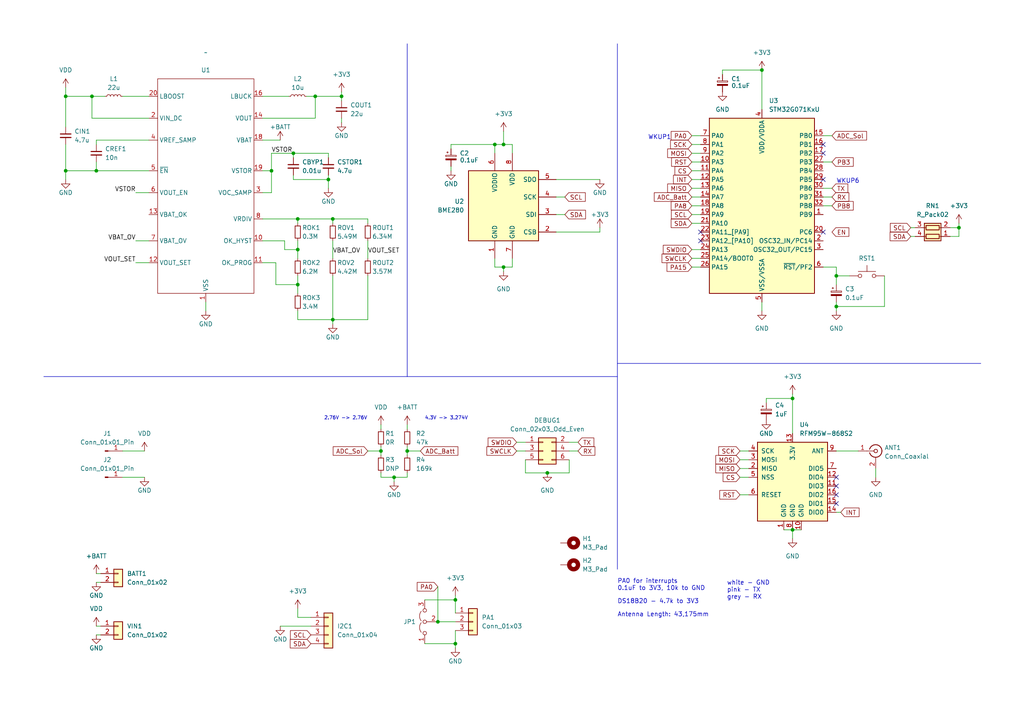
<source format=kicad_sch>
(kicad_sch (version 20230121) (generator eeschema)
  (paper "A4")
  (lib_symbols
    (symbol "Connector:Conn_01x01_Pin" (pin_names (offset 1.016) hide)
      (property "Reference" "J" (at 0 2.54 0))
      (property "Value" "Conn_01x01_Pin" (at 0 -2.54 0))
      (symbol "Conn_01x01_Pin_1_1"
        (polyline (pts (xy 1.27 0) (xy 0.8636 0)) (stroke (width 0.1524)))
        (rectangle (start 0.8636 0.127) (end 0 -0.127) (stroke (width 0.1524)) (fill (type outline)))
        (pin passive line (at 5.08 0 180) (length 3.81) (name "Pin_1") (number "1"))
      )
    )
    (symbol "Connector:Conn_Coaxial" (pin_names (offset 1.016) hide)
      (property "Reference" "J" (at 0.254 3.048 0))
      (property "Value" "Conn_Coaxial" (at 2.921 0 90))
      (symbol "Conn_Coaxial_0_1"
        (arc (start -1.778 -0.508) (mid 0.222 -1.808) (end 1.778 0) (stroke (width 0.254)))
        (polyline (pts (xy -2.54 0) (xy -0.508 0)))
        (polyline (pts (xy 0 -2.54) (xy 0 -1.778)))
        (circle (center 0 0) (radius 0.508) (stroke (width 0.2032)))
        (arc (start 1.778 0) (mid 0.222 1.8083) (end -1.778 0.508) (stroke (width 0.254)))
      )
      (symbol "Conn_Coaxial_1_1"
        (pin passive line (at -5.08 0 0) (length 2.54) (name "In") (number "1"))
        (pin passive line (at 0 -5.08 90) (length 2.54) (name "Ext") (number "2"))
      )
    )
    (symbol "Connector_Generic:Conn_01x02" (pin_names (offset 1.016) hide)
      (property "Reference" "J" (at 0 2.54 0))
      (property "Value" "Conn_01x02" (at 0 -5.08 0))
      (symbol "Conn_01x02_1_1"
        (rectangle (start -1.27 -2.413) (end 0 -2.667) (stroke (width 0.1524)))
        (rectangle (start -1.27 0.127) (end 0 -0.127) (stroke (width 0.1524)))
        (rectangle (start -1.27 1.27) (end 1.27 -3.81) (stroke (width 0.254)) (fill (type background)))
        (pin passive line (at -5.08 0 0) (length 3.81) (name "Pin_1") (number "1"))
        (pin passive line (at -5.08 -2.54 0) (length 3.81) (name "Pin_2") (number "2"))
      )
    )
    (symbol "Connector_Generic:Conn_01x03" (pin_names (offset 1.016) hide)
      (property "Reference" "J" (at 0 5.08 0))
      (property "Value" "Conn_01x03" (at 0 -5.08 0))
      (symbol "Conn_01x03_1_1"
        (rectangle (start -1.27 -2.413) (end 0 -2.667) (stroke (width 0.1524)))
        (rectangle (start -1.27 0.127) (end 0 -0.127) (stroke (width 0.1524)))
        (rectangle (start -1.27 2.667) (end 0 2.413) (stroke (width 0.1524)))
        (rectangle (start -1.27 3.81) (end 1.27 -3.81) (stroke (width 0.254)) (fill (type background)))
        (pin passive line (at -5.08 2.54 0) (length 3.81) (name "Pin_1") (number "1"))
        (pin passive line (at -5.08 0 0) (length 3.81) (name "Pin_2") (number "2"))
        (pin passive line (at -5.08 -2.54 0) (length 3.81) (name "Pin_3") (number "3"))
      )
    )
    (symbol "Connector_Generic:Conn_01x04" (pin_names (offset 1.016) hide)
      (property "Reference" "J" (at 0 5.08 0))
      (property "Value" "Conn_01x04" (at 0 -7.62 0))
      (symbol "Conn_01x04_1_1"
        (rectangle (start -1.27 -4.953) (end 0 -5.207) (stroke (width 0.1524)))
        (rectangle (start -1.27 -2.413) (end 0 -2.667) (stroke (width 0.1524)))
        (rectangle (start -1.27 0.127) (end 0 -0.127) (stroke (width 0.1524)))
        (rectangle (start -1.27 2.667) (end 0 2.413) (stroke (width 0.1524)))
        (rectangle (start -1.27 3.81) (end 1.27 -6.35) (stroke (width 0.254)) (fill (type background)))
        (pin passive line (at -5.08 2.54 0) (length 3.81) (name "Pin_1") (number "1"))
        (pin passive line (at -5.08 0 0) (length 3.81) (name "Pin_2") (number "2"))
        (pin passive line (at -5.08 -2.54 0) (length 3.81) (name "Pin_3") (number "3"))
        (pin passive line (at -5.08 -5.08 0) (length 3.81) (name "Pin_4") (number "4"))
      )
    )
    (symbol "Connector_Generic:Conn_02x03_Odd_Even" (pin_names (offset 1.016) hide)
      (property "Reference" "J" (at 1.27 5.08 0))
      (property "Value" "Conn_02x03_Odd_Even" (at 1.27 -5.08 0))
      (symbol "Conn_02x03_Odd_Even_1_1"
        (rectangle (start -1.27 -2.413) (end 0 -2.667) (stroke (width 0.1524)))
        (rectangle (start -1.27 0.127) (end 0 -0.127) (stroke (width 0.1524)))
        (rectangle (start -1.27 2.667) (end 0 2.413) (stroke (width 0.1524)))
        (rectangle (start -1.27 3.81) (end 3.81 -3.81) (stroke (width 0.254)) (fill (type background)))
        (rectangle (start 3.81 -2.413) (end 2.54 -2.667) (stroke (width 0.1524)))
        (rectangle (start 3.81 0.127) (end 2.54 -0.127) (stroke (width 0.1524)))
        (rectangle (start 3.81 2.667) (end 2.54 2.413) (stroke (width 0.1524)))
        (pin passive line (at -5.08 2.54 0) (length 3.81) (name "Pin_1") (number "1"))
        (pin passive line (at 7.62 2.54 180) (length 3.81) (name "Pin_2") (number "2"))
        (pin passive line (at -5.08 0 0) (length 3.81) (name "Pin_3") (number "3"))
        (pin passive line (at 7.62 0 180) (length 3.81) (name "Pin_4") (number "4"))
        (pin passive line (at -5.08 -2.54 0) (length 3.81) (name "Pin_5") (number "5"))
        (pin passive line (at 7.62 -2.54 180) (length 3.81) (name "Pin_6") (number "6"))
      )
    )
    (symbol "Device:C_Polarized_Small" (pin_numbers hide) (pin_names (offset 0.254) hide)
      (property "Reference" "C" (at 0.254 1.778 0))
      (property "Value" "C_Polarized_Small" (at 0.254 -2.032 0))
      (symbol "C_Polarized_Small_0_1"
        (rectangle (start -1.524 -0.3048) (end 1.524 -0.6858) (fill (type outline)))
        (rectangle (start -1.524 0.6858) (end 1.524 0.3048))
        (polyline (pts (xy -1.27 1.524) (xy -0.762 1.524)))
        (polyline (pts (xy -1.016 1.27) (xy -1.016 1.778)))
      )
      (symbol "C_Polarized_Small_1_1"
        (pin passive line (at 0 2.54 270) (length 1.8542) (name "~") (number "1"))
        (pin passive line (at 0 -2.54 90) (length 1.8542) (name "~") (number "2"))
      )
    )
    (symbol "Device:C_Small" (pin_numbers hide) (pin_names (offset 0.254) hide)
      (property "Reference" "C" (at 0.254 1.778 0))
      (property "Value" "C_Small" (at 0.254 -2.032 0))
      (symbol "C_Small_0_1"
        (polyline (pts (xy -1.524 -0.508) (xy 1.524 -0.508)) (stroke (width 0.3302)))
        (polyline (pts (xy -1.524 0.508) (xy 1.524 0.508)) (stroke (width 0.3048)))
      )
      (symbol "C_Small_1_1"
        (pin passive line (at 0 2.54 270) (length 2.032) (name "~") (number "1"))
        (pin passive line (at 0 -2.54 90) (length 2.032) (name "~") (number "2"))
      )
    )
    (symbol "Device:L_Small" (pin_numbers hide) (pin_names (offset 0.254) hide)
      (property "Reference" "L" (at 0.762 1.016 0))
      (property "Value" "L_Small" (at 0.762 -1.016 0))
      (symbol "L_Small_0_1"
        (arc (start 0 -2.032) (mid 0.5058 -1.524) (end 0 -1.016))
        (arc (start 0 -1.016) (mid 0.5058 -0.508) (end 0 0))
        (arc (start 0 0) (mid 0.5058 0.508) (end 0 1.016))
        (arc (start 0 1.016) (mid 0.5058 1.524) (end 0 2.032))
      )
      (symbol "L_Small_1_1"
        (pin passive line (at 0 2.54 270) (length 0.508) (name "~") (number "1"))
        (pin passive line (at 0 -2.54 90) (length 0.508) (name "~") (number "2"))
      )
    )
    (symbol "Device:R_Pack02" (pin_names (offset 0) hide)
      (property "Reference" "RN" (at -5.08 0 90))
      (property "Value" "R_Pack02" (at 2.54 0 90))
      (symbol "R_Pack02_0_1"
        (rectangle (start -3.81 -2.413) (end 1.27 2.413) (stroke (width 0.254)) (fill (type background)))
        (rectangle (start -3.175 1.905) (end -1.905 -1.905) (stroke (width 0.254)))
        (rectangle (start -0.635 1.905) (end 0.635 -1.905) (stroke (width 0.254)))
        (polyline (pts (xy -2.54 -2.54) (xy -2.54 -1.905)))
        (polyline (pts (xy -2.54 1.905) (xy -2.54 2.54)))
        (polyline (pts (xy 0 -2.54) (xy 0 -1.905)))
        (polyline (pts (xy 0 1.905) (xy 0 2.54)))
      )
      (symbol "R_Pack02_1_1"
        (pin passive line (at -2.54 -5.08 90) (length 2.54) (name "R1.1") (number "1"))
        (pin passive line (at 0 -5.08 90) (length 2.54) (name "R2.1") (number "2"))
        (pin passive line (at 0 5.08 270) (length 2.54) (name "R2.2") (number "3"))
        (pin passive line (at -2.54 5.08 270) (length 2.54) (name "R1.2") (number "4"))
      )
    )
    (symbol "Device:R_Small" (pin_numbers hide) (pin_names (offset 0.254) hide)
      (property "Reference" "R" (at 0.762 0.508 0))
      (property "Value" "R_Small" (at 0.762 -1.016 0))
      (symbol "R_Small_0_1"
        (rectangle (start -0.762 1.778) (end 0.762 -1.778) (stroke (width 0.2032)))
      )
      (symbol "R_Small_1_1"
        (pin passive line (at 0 2.54 270) (length 0.762) (name "~") (number "1"))
        (pin passive line (at 0 -2.54 90) (length 0.762) (name "~") (number "2"))
      )
    )
    (symbol "Jumper_3_Open_4" (pin_names (offset 0) hide)
      (property "Reference" "JP" (at -2.54 -2.54 0))
      (property "Value" "Jumper_3_Open_4" (at 0 2.794 0))
      (symbol "Jumper_3_Open_4_0_0"
        (circle (center -3.302 0) (radius 0.508))
        (circle (center 0 0) (radius 0.508))
        (circle (center 3.302 0) (radius 0.508))
      )
      (symbol "Jumper_3_Open_4_0_1"
        (arc (start -0.254 1.016) (mid -1.651 1.4992) (end -3.048 1.016))
        (polyline (pts (xy 0 -0.508) (xy 0 -1.27)))
        (arc (start 3.048 1.016) (mid 1.651 1.4992) (end 0.254 1.016))
      )
      (symbol "Jumper_3_Open_4_1_1"
        (pin passive line (at -6.35 0 0) (length 2.54) (name "A") (number "1"))
        (pin passive line (at 0 -3.81 90) (length 2.54) (name "C") (number "2"))
        (pin passive line (at 6.35 0 180) (length 2.54) (name "B") (number "3"))
      )
    )
    (symbol "MCU_ST_STM32G0:STM32G071KxU"
      (property "Reference" "U" (at -15.24 26.67 0))
      (property "Value" "STM32G071KxU" (at 1.27 26.67 0))
      (symbol "STM32G071KxU_0_1"
        (rectangle (start -15.24 -25.4) (end 15.24 25.4) (stroke (width 0.254)) (fill (type background)))
      )
      (symbol "STM32G071KxU_1_1"
        (pin bidirectional line (at 17.78 -2.54 180) (length 2.54) (name "PB9") (number "1"))
        (pin bidirectional line (at -17.78 12.7 0) (length 2.54) (name "PA3") (number "10"))
        (pin bidirectional line (at -17.78 10.16 0) (length 2.54) (name "PA4") (number "11"))
        (pin bidirectional line (at -17.78 7.62 0) (length 2.54) (name "PA5") (number "12"))
        (pin bidirectional line (at -17.78 5.08 0) (length 2.54) (name "PA6") (number "13"))
        (pin bidirectional line (at -17.78 2.54 0) (length 2.54) (name "PA7") (number "14"))
        (pin bidirectional line (at 17.78 20.32 180) (length 2.54) (name "PB0") (number "15"))
        (pin bidirectional line (at 17.78 17.78 180) (length 2.54) (name "PB1") (number "16"))
        (pin bidirectional line (at 17.78 15.24 180) (length 2.54) (name "PB2") (number "17"))
        (pin bidirectional line (at -17.78 0 0) (length 2.54) (name "PA8") (number "18"))
        (pin bidirectional line (at -17.78 -2.54 0) (length 2.54) (name "PA9") (number "19"))
        (pin bidirectional line (at 17.78 -10.16 180) (length 2.54) (name "OSC32_IN/PC14") (number "2"))
        (pin bidirectional line (at 17.78 -7.62 180) (length 2.54) (name "PC6") (number "20"))
        (pin bidirectional line (at -17.78 -5.08 0) (length 2.54) (name "PA10") (number "21"))
        (pin bidirectional line (at -17.78 -7.62 0) (length 2.54) (name "PA11_[PA9]") (number "22"))
        (pin bidirectional line (at -17.78 -10.16 0) (length 2.54) (name "PA12_[PA10]") (number "23"))
        (pin bidirectional line (at -17.78 -12.7 0) (length 2.54) (name "PA13") (number "24"))
        (pin bidirectional line (at -17.78 -15.24 0) (length 2.54) (name "PA14/BOOT0") (number "25"))
        (pin bidirectional line (at -17.78 -17.78 0) (length 2.54) (name "PA15") (number "26"))
        (pin bidirectional line (at 17.78 12.7 180) (length 2.54) (name "PB3") (number "27"))
        (pin bidirectional line (at 17.78 10.16 180) (length 2.54) (name "PB4") (number "28"))
        (pin bidirectional line (at 17.78 7.62 180) (length 2.54) (name "PB5") (number "29"))
        (pin bidirectional line (at 17.78 -12.7 180) (length 2.54) (name "OSC32_OUT/PC15") (number "3"))
        (pin bidirectional line (at 17.78 5.08 180) (length 2.54) (name "PB6") (number "30"))
        (pin bidirectional line (at 17.78 2.54 180) (length 2.54) (name "PB7") (number "31"))
        (pin bidirectional line (at 17.78 0 180) (length 2.54) (name "PB8") (number "32"))
        (pin passive line (at 0 -27.94 90) (length 2.54) hide (name "VSS/VSSA") (number "33"))
        (pin power_in line (at 0 27.94 270) (length 2.54) (name "VDD/VDDA") (number "4"))
        (pin power_in line (at 0 -27.94 90) (length 2.54) (name "VSS/VSSA") (number "5"))
        (pin bidirectional line (at 17.78 -17.78 180) (length 2.54) (name "~{RST}/PF2") (number "6"))
        (pin bidirectional line (at -17.78 20.32 0) (length 2.54) (name "PA0") (number "7"))
        (pin bidirectional line (at -17.78 17.78 0) (length 2.54) (name "PA1") (number "8"))
        (pin bidirectional line (at -17.78 15.24 0) (length 2.54) (name "PA2") (number "9"))
      )
    )
    (symbol "Mechanical:MountingHole_Pad" (pin_numbers hide) (pin_names (offset 1.016) hide)
      (property "Reference" "H" (at 0 6.35 0))
      (property "Value" "MountingHole_Pad" (at 0 4.445 0))
      (symbol "MountingHole_Pad_0_1"
        (circle (center 0 1.27) (radius 1.27) (stroke (width 1.27)))
      )
      (symbol "MountingHole_Pad_1_1"
        (pin input line (at 0 -2.54 90) (length 2.54) (name "1") (number "1"))
      )
    )
    (symbol "MyLib:BQ25570"
      (property "Reference" "U" (at 0 0 0))
      (symbol "BQ25570_0_1"
        (rectangle (start -13.97 -7.62) (end 13.97 -69.85))
      )
      (symbol "BQ25570_1_1"
        (pin power_in line (at 0 -72.39 90) (length 2.54) (name "VSS") (number "1"))
        (pin input line (at 16.51 -54.61 180) (length 2.54) (name "OK_HYST") (number "10"))
        (pin input line (at 16.51 -60.96 180) (length 2.54) (name "OK_PROG") (number "11"))
        (pin input line (at -16.51 -60.96 0) (length 2.54) (name "VOUT_SET") (number "12"))
        (pin output line (at -16.51 -46.99 0) (length 2.54) (name "VBAT_OK") (number "13"))
        (pin input line (at 16.51 -19.05 180) (length 2.54) (name "VOUT") (number "14"))
        (pin passive line (at 0 -72.39 90) (length 2.54) hide (name "VSS") (number "15"))
        (pin passive line (at 16.51 -12.7 180) (length 2.54) (name "LBUCK") (number "16"))
        (pin passive line (at 0 -72.39 90) (length 2.54) hide (name "VSS") (number "17"))
        (pin power_in line (at 16.51 -25.4 180) (length 2.54) (name "VBAT") (number "18"))
        (pin power_out line (at 16.51 -34.29 180) (length 2.54) (name "VSTOR") (number "19"))
        (pin power_in line (at -16.51 -19.05 0) (length 2.54) (name "VIN_DC") (number "2"))
        (pin passive line (at -16.51 -12.7 0) (length 2.54) (name "LBOOST") (number "20"))
        (pin passive line (at 0 -72.39 90) (length 2.54) hide (name "VSS") (number "21"))
        (pin input line (at 16.51 -40.64 180) (length 2.54) (name "VOC_SAMP") (number "3"))
        (pin passive line (at -16.51 -25.4 0) (length 2.54) (name "VREF_SAMP") (number "4"))
        (pin input line (at -16.51 -34.29 0) (length 2.54) (name "~{EN}") (number "5"))
        (pin input line (at -16.51 -40.64 0) (length 2.54) (name "VOUT_EN") (number "6"))
        (pin input line (at -16.51 -54.61 0) (length 2.54) (name "VBAT_OV") (number "7"))
        (pin output line (at 16.51 -48.26 180) (length 2.54) (name "VRDIV") (number "8"))
        (pin passive line (at 0 -72.39 90) (length 2.54) hide (name "VSS") (number "9"))
      )
    )
    (symbol "MyLib:VIN" (power) (pin_names (offset 0))
      (property "Value" "VIN" (at 0 3.81 0))
      (symbol "VIN_0_1"
        (polyline (pts (xy -0.762 1.27) (xy 0 2.54)))
        (polyline (pts (xy 0 0) (xy 0 2.54)))
        (polyline (pts (xy 0 2.54) (xy 0.762 1.27)))
      )
      (symbol "VIN_1_1"
        (pin power_in line (at 0 0 90) (length 0) hide (name "VDD") (number "1"))
      )
    )
    (symbol "RF_Module:RFM95W-868S2" (pin_names (offset 1.016))
      (property "Reference" "U" (at -10.414 11.684 0))
      (property "Value" "RFM95W-868S2" (at 1.524 11.43 0))
      (symbol "RFM95W-868S2_0_1"
        (rectangle (start -10.16 10.16) (end 10.16 -12.7) (stroke (width 0.254)) (fill (type background)))
      )
      (symbol "RFM95W-868S2_1_1"
        (pin power_in line (at -2.54 -15.24 90) (length 2.54) (name "GND") (number "1"))
        (pin power_in line (at 2.54 -15.24 90) (length 2.54) (name "GND") (number "10"))
        (pin bidirectional line (at 12.7 -2.54 180) (length 2.54) (name "DIO3") (number "11"))
        (pin bidirectional line (at 12.7 0 180) (length 2.54) (name "DIO4") (number "12"))
        (pin power_in line (at 0 12.7 270) (length 2.54) (name "3.3V") (number "13"))
        (pin bidirectional line (at 12.7 -10.16 180) (length 2.54) (name "DIO0") (number "14"))
        (pin bidirectional line (at 12.7 -7.62 180) (length 2.54) (name "DIO1") (number "15"))
        (pin bidirectional line (at 12.7 -5.08 180) (length 2.54) (name "DIO2") (number "16"))
        (pin output line (at -12.7 2.54 0) (length 2.54) (name "MISO") (number "2"))
        (pin input line (at -12.7 5.08 0) (length 2.54) (name "MOSI") (number "3"))
        (pin input line (at -12.7 7.62 0) (length 2.54) (name "SCK") (number "4"))
        (pin input line (at -12.7 0 0) (length 2.54) (name "NSS") (number "5"))
        (pin bidirectional line (at -12.7 -5.08 0) (length 2.54) (name "RESET") (number "6"))
        (pin bidirectional line (at 12.7 2.54 180) (length 2.54) (name "DIO5") (number "7"))
        (pin power_in line (at 0 -15.24 90) (length 2.54) (name "GND") (number "8"))
        (pin bidirectional line (at 12.7 7.62 180) (length 2.54) (name "ANT") (number "9"))
      )
    )
    (symbol "Sensor:BME280"
      (property "Reference" "U" (at -8.89 11.43 0))
      (property "Value" "BME280" (at 7.62 11.43 0))
      (symbol "BME280_0_1"
        (rectangle (start -10.16 10.16) (end 10.16 -10.16) (stroke (width 0.254)) (fill (type background)))
      )
      (symbol "BME280_1_1"
        (pin power_in line (at -2.54 -15.24 90) (length 5.08) (name "GND") (number "1"))
        (pin input line (at 15.24 -7.62 180) (length 5.08) (name "CSB") (number "2"))
        (pin bidirectional line (at 15.24 -2.54 180) (length 5.08) (name "SDI") (number "3"))
        (pin input line (at 15.24 2.54 180) (length 5.08) (name "SCK") (number "4"))
        (pin bidirectional line (at 15.24 7.62 180) (length 5.08) (name "SDO") (number "5"))
        (pin power_in line (at -2.54 15.24 270) (length 5.08) (name "VDDIO") (number "6"))
        (pin power_in line (at 2.54 -15.24 90) (length 5.08) (name "GND") (number "7"))
        (pin power_in line (at 2.54 15.24 270) (length 5.08) (name "VDD") (number "8"))
      )
    )
    (symbol "Switch:SW_Push" (pin_numbers hide) (pin_names (offset 1.016) hide)
      (property "Reference" "SW" (at 1.27 2.54 0))
      (property "Value" "SW_Push" (at 0 -1.524 0))
      (symbol "SW_Push_0_1"
        (circle (center -2.032 0) (radius 0.508))
        (polyline (pts (xy 0 1.27) (xy 0 3.048)))
        (polyline (pts (xy 2.54 1.27) (xy -2.54 1.27)))
        (circle (center 2.032 0) (radius 0.508))
        (pin passive line (at -5.08 0 0) (length 2.54) (name "1") (number "1"))
        (pin passive line (at 5.08 0 180) (length 2.54) (name "2") (number "2"))
      )
    )
    (symbol "power:+3.3V" (power) (pin_names (offset 0))
      (property "Value" "+3.3V" (at 0 3.556 0))
      (symbol "+3.3V_0_1"
        (polyline (pts (xy -0.762 1.27) (xy 0 2.54)))
        (polyline (pts (xy 0 0) (xy 0 2.54)))
        (polyline (pts (xy 0 2.54) (xy 0.762 1.27)))
      )
      (symbol "+3.3V_1_1"
        (pin power_in line (at 0 0 90) (length 0) hide (name "+3V3") (number "1"))
      )
    )
    (symbol "power:+BATT" (power) (pin_names (offset 0))
      (property "Value" "+BATT" (at 0 3.556 0))
      (symbol "+BATT_0_1"
        (polyline (pts (xy -0.762 1.27) (xy 0 2.54)))
        (polyline (pts (xy 0 0) (xy 0 2.54)))
        (polyline (pts (xy 0 2.54) (xy 0.762 1.27)))
      )
      (symbol "+BATT_1_1"
        (pin power_in line (at 0 0 90) (length 0) hide (name "+BATT") (number "1"))
      )
    )
    (symbol "power:GND" (power) (pin_names (offset 0))
      (property "Value" "GND" (at 0 -3.81 0))
      (symbol "GND_0_1"
        (polyline (pts (xy 0 0) (xy 0 -1.27) (xy 1.27 -1.27) (xy 0 -2.54) (xy -1.27 -1.27) (xy 0 -1.27)))
      )
      (symbol "GND_1_1"
        (pin power_in line (at 0 0 270) (length 0) hide (name "GND") (number "1"))
      )
    )
  )
  (junction (at 99.06 27.94))
  (junction (at 86.36 82.55))
  (junction (at 86.36 63.5))
  (junction (at 242.57 88.9))
  (junction (at 26.67 27.94))
  (junction (at 114.3 138.43))
  (junction (at 19.05 27.94))
  (junction (at 158.75 137.16))
  (junction (at 132.08 173.99))
  (junction (at 91.44 27.94))
  (junction (at 96.52 92.71))
  (junction (at 110.49 130.81))
  (junction (at 146.05 77.47))
  (junction (at 85.09 44.45))
  (junction (at 96.52 63.5))
  (junction (at 143.51 41.91))
  (junction (at 78.74 49.53))
  (junction (at 95.25 52.07))
  (junction (at 86.36 72.39))
  (junction (at 278.13 66.04))
  (junction (at 220.98 20.32))
  (junction (at 127 180.34))
  (junction (at 242.57 80.01))
  (junction (at 27.94 49.53))
  (junction (at 229.87 115.57))
  (junction (at 229.87 153.67))
  (junction (at 132.08 186.69))
  (junction (at 146.05 41.91))
  (junction (at 19.05 49.53))
  (junction (at 118.11 130.81))
  (no_connect (at 242.57 138.43))
  (no_connect (at 203.2 69.85))
  (no_connect (at 238.76 52.07))
  (no_connect (at 242.57 140.97))
  (no_connect (at 242.57 146.05))
  (no_connect (at 242.57 143.51))
  (no_connect (at 203.2 67.31))
  (no_connect (at 238.76 44.45))
  (no_connect (at 238.76 67.31))
  (no_connect (at 238.76 41.91))
  (wire (pts (xy 78.74 55.88) (xy 76.2 55.88)))
  (wire (pts (xy 143.51 44.45) (xy 143.51 41.91)))
  (wire (pts (xy 229.87 153.67) (xy 232.41 153.67)))
  (wire (pts (xy 110.49 138.43) (xy 114.3 138.43)))
  (wire (pts (xy 19.05 25.4) (xy 19.05 27.94)))
  (wire (pts (xy 229.87 114.3) (xy 229.87 115.57)))
  (wire (pts (xy 278.13 68.58) (xy 275.59 68.58)))
  (wire (pts (xy 278.13 66.04) (xy 278.13 68.58)))
  (wire (pts (xy 95.25 44.45) (xy 85.09 44.45)))
  (wire (pts (xy 43.18 34.29) (xy 26.67 34.29)))
  (wire (pts (xy 27.94 166.37) (xy 29.21 166.37)))
  (wire (pts (xy 200.66 59.69) (xy 203.2 59.69)))
  (wire (pts (xy 238.76 39.37) (xy 241.3 39.37)))
  (wire (pts (xy 214.63 133.35) (xy 217.17 133.35)))
  (wire (pts (xy 200.66 72.39) (xy 203.2 72.39)))
  (wire (pts (xy 146.05 41.91) (xy 148.59 41.91)))
  (wire (pts (xy 114.3 138.43) (xy 118.11 138.43)))
  (wire (pts (xy 118.11 130.81) (xy 118.11 132.08)))
  (wire (pts (xy 99.06 27.94) (xy 99.06 29.21)))
  (wire (pts (xy 85.09 45.72) (xy 85.09 44.45)))
  (wire (pts (xy 80.01 76.2) (xy 80.01 82.55)))
  (wire (pts (xy 118.11 129.54) (xy 118.11 130.81)))
  (wire (pts (xy 19.05 27.94) (xy 26.67 27.94)))
  (wire (pts (xy 200.66 49.53) (xy 203.2 49.53)))
  (wire (pts (xy 91.44 27.94) (xy 99.06 27.94)))
  (wire (pts (xy 242.57 80.01) (xy 246.38 80.01)))
  (polyline (pts (xy 179.07 105.41) (xy 284.48 105.41)))
  (polyline (pts (xy 179.07 12.7) (xy 179.07 165.1)))
  (wire (pts (xy 165.1 133.35) (xy 165.1 137.16)))
  (wire (pts (xy 254 135.89) (xy 254 138.43)))
  (wire (pts (xy 86.36 82.55) (xy 86.36 85.09)))
  (wire (pts (xy 106.68 80.01) (xy 106.68 92.71)))
  (wire (pts (xy 173.99 67.31) (xy 161.29 67.31)))
  (wire (pts (xy 242.57 130.81) (xy 248.92 130.81)))
  (wire (pts (xy 152.4 137.16) (xy 158.75 137.16)))
  (wire (pts (xy 91.44 27.94) (xy 88.9 27.94)))
  (wire (pts (xy 106.68 92.71) (xy 96.52 92.71)))
  (wire (pts (xy 76.2 49.53) (xy 78.74 49.53)))
  (wire (pts (xy 161.29 52.07) (xy 173.99 52.07)))
  (wire (pts (xy 99.06 34.29) (xy 99.06 35.56)))
  (wire (pts (xy 78.74 49.53) (xy 78.74 55.88)))
  (wire (pts (xy 152.4 133.35) (xy 152.4 137.16)))
  (wire (pts (xy 143.51 77.47) (xy 146.05 77.47)))
  (wire (pts (xy 242.57 80.01) (xy 242.57 82.55)))
  (wire (pts (xy 200.66 54.61) (xy 203.2 54.61)))
  (wire (pts (xy 165.1 130.81) (xy 167.64 130.81)))
  (wire (pts (xy 278.13 64.77) (xy 278.13 66.04)))
  (wire (pts (xy 132.08 173.99) (xy 132.08 177.8)))
  (wire (pts (xy 220.98 87.63) (xy 220.98 90.17)))
  (wire (pts (xy 76.2 40.64) (xy 81.28 40.64)))
  (wire (pts (xy 76.2 69.85) (xy 82.55 69.85)))
  (wire (pts (xy 161.29 57.15) (xy 163.83 57.15)))
  (wire (pts (xy 95.25 52.07) (xy 95.25 50.8)))
  (wire (pts (xy 110.49 138.43) (xy 110.49 137.16)))
  (wire (pts (xy 256.54 88.9) (xy 242.57 88.9)))
  (wire (pts (xy 242.57 88.9) (xy 242.57 87.63)))
  (wire (pts (xy 200.66 62.23) (xy 203.2 62.23)))
  (wire (pts (xy 275.59 66.04) (xy 278.13 66.04)))
  (wire (pts (xy 27.94 41.91) (xy 27.94 40.64)))
  (wire (pts (xy 146.05 78.74) (xy 146.05 77.47)))
  (wire (pts (xy 214.63 143.51) (xy 217.17 143.51)))
  (wire (pts (xy 209.55 20.32) (xy 220.98 20.32)))
  (wire (pts (xy 200.66 41.91) (xy 203.2 41.91)))
  (wire (pts (xy 85.09 50.8) (xy 85.09 52.07)))
  (wire (pts (xy 86.36 90.17) (xy 86.36 92.71)))
  (wire (pts (xy 148.59 74.93) (xy 148.59 77.47)))
  (wire (pts (xy 149.86 128.27) (xy 152.4 128.27)))
  (wire (pts (xy 80.01 82.55) (xy 86.36 82.55)))
  (wire (pts (xy 200.66 39.37) (xy 203.2 39.37)))
  (wire (pts (xy 114.3 139.7) (xy 114.3 138.43)))
  (wire (pts (xy 118.11 123.19) (xy 118.11 124.46)))
  (wire (pts (xy 19.05 41.91) (xy 19.05 49.53)))
  (wire (pts (xy 86.36 72.39) (xy 86.36 74.93)))
  (wire (pts (xy 39.37 55.88) (xy 43.18 55.88)))
  (wire (pts (xy 229.87 115.57) (xy 229.87 125.73)))
  (wire (pts (xy 130.81 41.91) (xy 143.51 41.91)))
  (wire (pts (xy 214.63 130.81) (xy 217.17 130.81)))
  (wire (pts (xy 59.69 87.63) (xy 59.69 90.17)))
  (wire (pts (xy 238.76 77.47) (xy 242.57 77.47)))
  (wire (pts (xy 238.76 57.15) (xy 241.3 57.15)))
  (wire (pts (xy 27.94 46.99) (xy 27.94 49.53)))
  (polyline (pts (xy 12.7 109.22) (xy 179.07 109.22)))
  (wire (pts (xy 209.55 21.59) (xy 209.55 20.32)))
  (wire (pts (xy 118.11 138.43) (xy 118.11 137.16)))
  (wire (pts (xy 143.51 41.91) (xy 146.05 41.91)))
  (wire (pts (xy 200.66 44.45) (xy 203.2 44.45)))
  (wire (pts (xy 214.63 138.43) (xy 217.17 138.43)))
  (wire (pts (xy 200.66 52.07) (xy 203.2 52.07)))
  (wire (pts (xy 82.55 72.39) (xy 86.36 72.39)))
  (wire (pts (xy 43.18 49.53) (xy 27.94 49.53)))
  (wire (pts (xy 85.09 44.45) (xy 78.74 44.45)))
  (wire (pts (xy 26.67 34.29) (xy 26.67 27.94)))
  (wire (pts (xy 27.94 181.61) (xy 29.21 181.61)))
  (wire (pts (xy 165.1 128.27) (xy 167.64 128.27)))
  (wire (pts (xy 264.16 66.04) (xy 265.43 66.04)))
  (wire (pts (xy 123.19 173.99) (xy 132.08 173.99)))
  (wire (pts (xy 132.08 172.72) (xy 132.08 173.99)))
  (wire (pts (xy 222.25 115.57) (xy 229.87 115.57)))
  (wire (pts (xy 242.57 77.47) (xy 242.57 80.01)))
  (wire (pts (xy 76.2 76.2) (xy 80.01 76.2)))
  (wire (pts (xy 106.68 64.77) (xy 106.68 63.5)))
  (wire (pts (xy 76.2 27.94) (xy 83.82 27.94)))
  (wire (pts (xy 96.52 80.01) (xy 96.52 92.71)))
  (wire (pts (xy 127 180.34) (xy 132.08 180.34)))
  (wire (pts (xy 35.56 138.43) (xy 41.91 138.43)))
  (wire (pts (xy 161.29 62.23) (xy 163.83 62.23)))
  (wire (pts (xy 127 170.18) (xy 127 180.34)))
  (wire (pts (xy 148.59 77.47) (xy 146.05 77.47)))
  (wire (pts (xy 200.66 77.47) (xy 203.2 77.47)))
  (polyline (pts (xy 118.11 12.7) (xy 118.11 109.22)))
  (wire (pts (xy 35.56 27.94) (xy 43.18 27.94)))
  (wire (pts (xy 200.66 46.99) (xy 203.2 46.99)))
  (wire (pts (xy 110.49 123.19) (xy 110.49 124.46)))
  (wire (pts (xy 86.36 179.07) (xy 90.17 179.07)))
  (wire (pts (xy 19.05 36.83) (xy 19.05 27.94)))
  (wire (pts (xy 96.52 92.71) (xy 96.52 93.98)))
  (wire (pts (xy 132.08 186.69) (xy 132.08 182.88)))
  (wire (pts (xy 165.1 137.16) (xy 158.75 137.16)))
  (wire (pts (xy 91.44 27.94) (xy 91.44 34.29)))
  (wire (pts (xy 86.36 176.53) (xy 86.36 179.07)))
  (wire (pts (xy 143.51 74.93) (xy 143.51 77.47)))
  (wire (pts (xy 19.05 49.53) (xy 19.05 52.07)))
  (wire (pts (xy 106.68 63.5) (xy 96.52 63.5)))
  (wire (pts (xy 96.52 63.5) (xy 86.36 63.5)))
  (wire (pts (xy 27.94 168.91) (xy 29.21 168.91)))
  (wire (pts (xy 242.57 88.9) (xy 242.57 90.17)))
  (wire (pts (xy 238.76 54.61) (xy 241.3 54.61)))
  (wire (pts (xy 123.19 186.69) (xy 132.08 186.69)))
  (wire (pts (xy 96.52 63.5) (xy 96.52 64.77)))
  (wire (pts (xy 27.94 184.15) (xy 29.21 184.15)))
  (wire (pts (xy 227.33 153.67) (xy 229.87 153.67)))
  (wire (pts (xy 200.66 57.15) (xy 203.2 57.15)))
  (wire (pts (xy 19.05 49.53) (xy 27.94 49.53)))
  (wire (pts (xy 200.66 74.93) (xy 203.2 74.93)))
  (wire (pts (xy 256.54 80.01) (xy 256.54 88.9)))
  (wire (pts (xy 149.86 130.81) (xy 152.4 130.81)))
  (wire (pts (xy 148.59 41.91) (xy 148.59 44.45)))
  (wire (pts (xy 242.57 148.59) (xy 243.84 148.59)))
  (wire (pts (xy 39.37 69.85) (xy 43.18 69.85)))
  (wire (pts (xy 95.25 45.72) (xy 95.25 44.45)))
  (wire (pts (xy 99.06 26.67) (xy 99.06 27.94)))
  (wire (pts (xy 130.81 48.26) (xy 130.81 49.53)))
  (wire (pts (xy 78.74 44.45) (xy 78.74 49.53)))
  (wire (pts (xy 96.52 92.71) (xy 86.36 92.71)))
  (wire (pts (xy 96.52 69.85) (xy 96.52 74.93)))
  (wire (pts (xy 35.56 130.81) (xy 41.91 130.81)))
  (wire (pts (xy 86.36 64.77) (xy 86.36 63.5)))
  (wire (pts (xy 130.81 41.91) (xy 130.81 43.18)))
  (wire (pts (xy 132.08 186.69) (xy 132.08 187.96)))
  (wire (pts (xy 26.67 27.94) (xy 30.48 27.94)))
  (wire (pts (xy 238.76 59.69) (xy 241.3 59.69)))
  (wire (pts (xy 86.36 69.85) (xy 86.36 72.39)))
  (wire (pts (xy 173.99 67.31) (xy 173.99 66.04)))
  (wire (pts (xy 238.76 46.99) (xy 241.3 46.99)))
  (wire (pts (xy 229.87 153.67) (xy 229.87 156.21)))
  (wire (pts (xy 106.68 130.81) (xy 110.49 130.81)))
  (wire (pts (xy 118.11 130.81) (xy 121.92 130.81)))
  (wire (pts (xy 76.2 34.29) (xy 91.44 34.29)))
  (wire (pts (xy 86.36 80.01) (xy 86.36 82.55)))
  (wire (pts (xy 110.49 129.54) (xy 110.49 130.81)))
  (wire (pts (xy 214.63 135.89) (xy 217.17 135.89)))
  (wire (pts (xy 200.66 64.77) (xy 203.2 64.77)))
  (wire (pts (xy 146.05 38.1) (xy 146.05 41.91)))
  (wire (pts (xy 27.94 40.64) (xy 43.18 40.64)))
  (wire (pts (xy 264.16 68.58) (xy 265.43 68.58)))
  (wire (pts (xy 76.2 63.5) (xy 86.36 63.5)))
  (wire (pts (xy 39.37 76.2) (xy 43.18 76.2)))
  (wire (pts (xy 106.68 69.85) (xy 106.68 74.93)))
  (wire (pts (xy 95.25 52.07) (xy 95.25 54.61)))
  (wire (pts (xy 110.49 130.81) (xy 110.49 132.08)))
  (wire (pts (xy 81.28 181.61) (xy 90.17 181.61)))
  (wire (pts (xy 222.25 115.57) (xy 222.25 116.84)))
  (wire (pts (xy 82.55 69.85) (xy 82.55 72.39)))
  (wire (pts (xy 85.09 52.07) (xy 95.25 52.07)))
  (wire (pts (xy 220.98 20.32) (xy 220.98 31.75)))
  (text "white - GND\npink - TX\ngrey - RX" (at 210.82 173.99 0) (effects (font (size 1.27 1.27)) (justify left bottom)))
  (text "Antenna Length: 43,175mm" (at 179.07 179.07 0) (effects (font (size 1.27 1.27)) (justify left bottom)))
  (text "2.76V -> 2.76V" (at 93.98 121.92 0) (effects (font (size 1 1)) (justify left bottom)))
  (text "4.3V -> 3.274V" (at 123.19 121.92 0) (effects (font (size 1 1)) (justify left bottom)))
  (text "PA0 for interrupts\n0.1uF to 3V3, 10k to GND" (at 179.07 171.45 0) (effects (font (size 1.27 1.27)) (justify left bottom)))
  (text "WKUP1" (at 187.96 40.64 0) (effects (font (size 1.27 1.27)) (justify left bottom)))
  (text "DS18B20 - 4.7k to 3V3" (at 179.07 175.26 0) (effects (font (size 1.27 1.27)) (justify left bottom)))
  (text "WKUP6" (at 242.57 53.34 0) (effects (font (size 1.27 1.27)) (justify left bottom)))
  (label "VSTOR" (at 78.74 44.45 0))
  (label "VBAT_OV" (at 39.37 69.85 180))
  (label "VBAT_OV" (at 96.52 73.66 0))
  (label "VOUT_SET" (at 39.37 76.2 180))
  (label "VSTOR" (at 39.37 55.88 180))
  (label "VOUT_SET" (at 106.68 73.66 0))
  (global_label "TX" (shape input) (at 167.64 128.27 0) (property "Intersheetrefs" "${INTERSHEET_REFS}" (effects hide)))
  (global_label "INT" (shape input) (at 200.66 52.07 180) (property "Intersheetrefs" "${INTERSHEET_REFS}" (effects hide)))
  (global_label "MISO" (shape input) (at 200.66 54.61 180) (property "Intersheetrefs" "${INTERSHEET_REFS}" (effects hide)))
  (global_label "SCL" (shape input) (at 200.66 62.23 180) (property "Intersheetrefs" "${INTERSHEET_REFS}" (effects hide)))
  (global_label "SCK" (shape input) (at 214.63 130.81 180) (property "Intersheetrefs" "${INTERSHEET_REFS}" (effects hide)))
  (global_label "SWDIO" (shape input) (at 200.66 72.39 180) (property "Intersheetrefs" "${INTERSHEET_REFS}" (effects hide)))
  (global_label "CS" (shape input) (at 214.63 138.43 180) (property "Intersheetrefs" "${INTERSHEET_REFS}" (effects hide)))
  (global_label "PB8" (shape input) (at 241.3 59.69 0) (property "Intersheetrefs" "${INTERSHEET_REFS}" (effects hide)))
  (global_label "SDA" (shape input) (at 90.17 186.69 180) (property "Intersheetrefs" "${INTERSHEET_REFS}" (effects hide)))
  (global_label "ADC_Batt" (shape input) (at 121.92 130.81 0) (property "Intersheetrefs" "${INTERSHEET_REFS}" (effects hide)))
  (global_label "RX" (shape input) (at 167.64 130.81 0) (property "Intersheetrefs" "${INTERSHEET_REFS}" (effects hide)))
  (global_label "PA0" (shape input) (at 127 170.18 180) (property "Intersheetrefs" "${INTERSHEET_REFS}" (effects hide)))
  (global_label "SDA" (shape input) (at 264.16 68.58 180) (property "Intersheetrefs" "${INTERSHEET_REFS}" (effects hide)))
  (global_label "SWCLK" (shape input) (at 200.66 74.93 180) (property "Intersheetrefs" "${INTERSHEET_REFS}" (effects hide)))
  (global_label "PA8" (shape input) (at 200.66 59.69 180) (property "Intersheetrefs" "${INTERSHEET_REFS}" (effects hide)))
  (global_label "MOSI" (shape input) (at 214.63 133.35 180) (property "Intersheetrefs" "${INTERSHEET_REFS}" (effects hide)))
  (global_label "PB3" (shape input) (at 241.3 46.99 0) (property "Intersheetrefs" "${INTERSHEET_REFS}" (effects hide)))
  (global_label "CS" (shape input) (at 200.66 49.53 180) (property "Intersheetrefs" "${INTERSHEET_REFS}" (effects hide)))
  (global_label "SCL" (shape input) (at 90.17 184.15 180) (property "Intersheetrefs" "${INTERSHEET_REFS}" (effects hide)))
  (global_label "SCL" (shape input) (at 163.83 57.15 0) (property "Intersheetrefs" "${INTERSHEET_REFS}" (effects hide)))
  (global_label "RST" (shape input) (at 200.66 46.99 180) (property "Intersheetrefs" "${INTERSHEET_REFS}" (effects hide)))
  (global_label "SCK" (shape input) (at 200.66 41.91 180) (property "Intersheetrefs" "${INTERSHEET_REFS}" (effects hide)))
  (global_label "SDA" (shape input) (at 163.83 62.23 0) (property "Intersheetrefs" "${INTERSHEET_REFS}" (effects hide)))
  (global_label "MOSI" (shape input) (at 200.66 44.45 180) (property "Intersheetrefs" "${INTERSHEET_REFS}" (effects hide)))
  (global_label "RST" (shape input) (at 214.63 143.51 180) (property "Intersheetrefs" "${INTERSHEET_REFS}" (effects hide)))
  (global_label "ADC_Sol" (shape input) (at 241.3 39.37 0) (property "Intersheetrefs" "${INTERSHEET_REFS}" (effects hide)))
  (global_label "MISO" (shape input) (at 214.63 135.89 180) (property "Intersheetrefs" "${INTERSHEET_REFS}" (effects hide)))
  (global_label "SCL" (shape input) (at 264.16 66.04 180) (property "Intersheetrefs" "${INTERSHEET_REFS}" (effects hide)))
  (global_label "PA15" (shape input) (at 200.66 77.47 180) (property "Intersheetrefs" "${INTERSHEET_REFS}" (effects hide)))
  (global_label "RX" (shape input) (at 241.3 57.15 0) (property "Intersheetrefs" "${INTERSHEET_REFS}" (effects hide)))
  (global_label "TX" (shape input) (at 241.3 54.61 0) (property "Intersheetrefs" "${INTERSHEET_REFS}" (effects hide)))
  (global_label "PA0" (shape input) (at 200.66 39.37 180) (property "Intersheetrefs" "${INTERSHEET_REFS}" (effects hide)))
  (global_label "SDA" (shape input) (at 200.66 64.77 180) (property "Intersheetrefs" "${INTERSHEET_REFS}" (effects hide)))
  (global_label "EN" (shape input) (at 241.3 67.31 0) (property "Intersheetrefs" "${INTERSHEET_REFS}" (effects hide)))
  (global_label "INT" (shape input) (at 243.84 148.59 0) (property "Intersheetrefs" "${INTERSHEET_REFS}" (effects hide)))
  (global_label "SWDIO" (shape input) (at 149.86 128.27 180) (property "Intersheetrefs" "${INTERSHEET_REFS}" (effects hide)))
  (global_label "SWCLK" (shape input) (at 149.86 130.81 180) (property "Intersheetrefs" "${INTERSHEET_REFS}" (effects hide)))
  (global_label "ADC_Batt" (shape input) (at 200.66 57.15 180) (property "Intersheetrefs" "${INTERSHEET_REFS}" (effects hide)))
  (global_label "ADC_Sol" (shape input) (at 106.68 130.81 180) (property "Intersheetrefs" "${INTERSHEET_REFS}" (effects hide)))
  (symbol (lib_id "power:GND") (at 99.06 35.56 0) (unit 1)
    (property "Reference" "#PWR05" (effects hide))
    (property "Value" "GND" (at 99.06 39.37 0))
  )
  (symbol (lib_id "Device:R_Small") (at 118.11 134.62 0) (unit 1)
    (property "Reference" "R4" (at 120.65 133.35 0) (effects (justify left)))
    (property "Value" "169k" (at 120.65 135.89 0) (effects (justify left)))
    (property "Footprint" "Resistor_SMD:R_0805_2012Metric" (effects hide))
  )
  (symbol (lib_id "power:+3.3V") (at 132.08 172.72 0) (unit 1)
    (property "Reference" "#PWR031" (effects hide))
    (property "Value" "+3.3V" (at 132.08 167.64 0))
  )
  (symbol (lib_id "MyLib:BQ25570") (at 59.69 15.24 0) (unit 1)
    (property "Reference" "U1" (at 59.69 20.32 0))
    (property "Value" "~" (at 59.69 15.24 0))
    (property "Footprint" "Package_DFN_QFN:QFN-20-1EP_3.5x3.5mm_P0.5mm_EP2x2mm" (effects hide))
  )
  (symbol (lib_id "power:+BATT") (at 27.94 166.37 0) (unit 1)
    (property "Reference" "#PWR029" (effects hide))
    (property "Value" "+BATT" (at 27.94 161.29 0))
  )
  (symbol (lib_id "power:GND") (at 96.52 93.98 0) (unit 1)
    (property "Reference" "#PWR018" (effects hide))
    (property "Value" "GND" (at 96.52 97.79 0))
  )
  (symbol (lib_id "power:GND") (at 132.08 187.96 0) (unit 1)
    (property "Reference" "#PWR036" (effects hide))
    (property "Value" "GND" (at 132.08 191.77 0))
  )
  (symbol (lib_id "Mechanical:MountingHole_Pad") (at 165.1 163.83 270) (unit 1)
    (property "Reference" "H2" (at 168.91 162.56 90) (effects (justify left)))
    (property "Value" "M3_Pad" (at 168.91 165.1 90) (effects (justify left)))
    (property "Footprint" "MountingHole:MountingHole_3.2mm_M3_DIN965_Pad" (effects hide))
  )
  (symbol (lib_id "power:GND") (at 254 138.43 0) (unit 1)
    (property "Reference" "#PWR026" (effects hide))
    (property "Value" "GND" (at 254 143.51 0))
  )
  (symbol (lib_id "MCU_ST_STM32G0:STM32G071KxU") (at 220.98 59.69 0) (unit 1)
    (property "Reference" "U3" (at 222.9994 29.21 0) (effects (justify left)))
    (property "Value" "STM32G071KxU" (at 222.9994 31.75 0) (effects (justify left)))
    (property "Footprint" "Package_DFN_QFN:UFQFPN-32-1EP_5x5mm_P0.5mm_EP3.5x3.5mm" (effects hide))
    (property "Datasheet" "https://www.st.com/resource/en/datasheet/stm32g071kb.pdf" (effects hide))
  )
  (symbol (lib_id "power:GND") (at 130.81 49.53 0) (unit 1)
    (property "Reference" "#PWR08" (effects hide))
    (property "Value" "GND" (at 130.81 53.34 0))
  )
  (symbol (lib_id "power:+3.3V") (at 220.98 20.32 0) (unit 1)
    (property "Reference" "#PWR01" (effects hide))
    (property "Value" "+3.3V" (at 220.98 15.24 0))
  )
  (symbol (lib_id "power:GND") (at 173.99 52.07 0) (unit 1)
    (property "Reference" "#PWR010" (effects hide))
    (property "Value" "GND" (at 173.99 55.88 0))
  )
  (symbol (lib_id "power:GND") (at 81.28 181.61 0) (unit 1)
    (property "Reference" "#PWR034" (effects hide))
    (property "Value" "GND" (at 81.28 185.42 0))
  )
  (symbol (lib_id "Device:C_Polarized_Small") (at 209.55 24.13 0) (unit 1)
    (property "Reference" "C1" (at 212.09 22.86 0) (effects (justify left)))
    (property "Value" "0.1uF" (at 212.09 24.8538 0) (effects (justify left)))
    (property "Footprint" "Capacitor_SMD:C_0805_2012Metric" (effects hide))
  )
  (symbol (lib_id "power:GND") (at 222.25 121.92 0) (unit 1)
    (property "Reference" "#PWR020" (effects hide))
    (property "Value" "GND" (at 222.25 125.73 0))
  )
  (symbol (lib_id "Sensor:BME280") (at 146.05 59.69 0) (unit 1)
    (property "Reference" "U2" (at 134.62 58.42 0) (effects (justify right)))
    (property "Value" "BME280" (at 134.62 60.96 0) (effects (justify right)))
    (property "Footprint" "Package_LGA:Bosch_LGA-8_2.5x2.5mm_P0.65mm_ClockwisePinNumbering" (effects hide))
    (property "Datasheet" "https://www.bosch-sensortec.com/media/boschsensortec/downloads/datasheets/bst-bme280-ds002.pdf" (effects hide))
  )
  (symbol (lib_id "MyLib:VIN") (at 41.91 130.81 0) (unit 1)
    (property "Reference" "#PWR023" (effects hide))
    (property "Value" "VIN" (at 41.91 125.73 0))
  )
  (symbol (lib_id "Device:C_Small") (at 95.25 48.26 0) (unit 1)
    (property "Reference" "CSTOR1" (at 97.79 46.9963 0) (effects (justify left)))
    (property "Value" "4.7u" (at 97.79 49.5363 0) (effects (justify left)))
    (property "Footprint" "Capacitor_SMD:C_0805_2012Metric" (effects hide))
  )
  (symbol (lib_id "power:GND") (at 27.94 184.15 0) (unit 1)
    (property "Reference" "#PWR035" (effects hide))
    (property "Value" "GND" (at 27.94 187.96 0))
  )
  (symbol (lib_id "MyLib:VIN") (at 19.05 25.4 0) (unit 1)
    (property "Reference" "#PWR02" (effects hide))
    (property "Value" "VIN" (at 19.05 20.32 0))
  )
  (symbol (lib_id "Device:C_Small") (at 19.05 39.37 0) (unit 1)
    (property "Reference" "CIN1" (at 21.59 38.1063 0) (effects (justify left)))
    (property "Value" "4.7u" (at 21.59 40.6463 0) (effects (justify left)))
    (property "Footprint" "Capacitor_SMD:C_0805_2012Metric" (effects hide))
  )
  (symbol (lib_id "MyLib:VIN") (at 110.49 123.19 0) (unit 1)
    (property "Reference" "#PWR021" (effects hide))
    (property "Value" "VIN" (at 110.49 118.11 0))
  )
  (symbol (lib_id "Device:C_Polarized_Small") (at 222.25 119.38 0) (unit 1)
    (property "Reference" "C4" (at 224.79 117.5638 0) (effects (justify left)))
    (property "Value" "1uF" (at 224.79 120.1038 0) (effects (justify left)))
    (property "Footprint" "Capacitor_SMD:C_1206_3216Metric" (effects hide))
  )
  (symbol (lib_id "power:GND") (at 229.87 156.21 0) (unit 1)
    (property "Reference" "#PWR028" (effects hide))
    (property "Value" "GND" (at 229.87 161.29 0))
  )
  (symbol (lib_id "Device:R_Small") (at 106.68 77.47 0) (unit 1)
    (property "Reference" "ROUT2" (at 107.95 76.2 0) (effects (justify left)))
    (property "Value" "3.57M" (at 107.95 78.74 0) (effects (justify left)))
    (property "Footprint" "Resistor_SMD:R_0805_2012Metric" (effects hide))
  )
  (symbol (lib_id "Connector:Conn_Coaxial") (at 254 130.81 0) (unit 1)
    (property "Reference" "ANT1" (at 256.54 129.8331 0) (effects (justify left)))
    (property "Value" "Conn_Coaxial" (at 256.54 132.3731 0) (effects (justify left)))
    (property "Footprint" "Connector_Coaxial:U.FL_Hirose_U.FL-R-SMT-1_Vertical" (effects hide))
    (property "Datasheet" " ~" (effects hide))
  )
  (symbol (lib_id "Device:C_Small") (at 85.09 48.26 0) (unit 1)
    (property "Reference" "CBYP1" (at 87.63 46.9963 0) (effects (justify left)))
    (property "Value" "0.01u" (at 87.63 49.5363 0) (effects (justify left)))
    (property "Footprint" "Capacitor_SMD:C_0805_2012Metric" (effects hide))
  )
  (symbol (lib_id "Connector:Conn_01x01_Pin") (at 30.48 130.81 0) (unit 1)
    (property "Reference" "J1" (at 31.115 125.73 0))
    (property "Value" "Conn_01x01_Pin" (at 31.115 128.27 0))
    (property "Footprint" "Connector_PinHeader_1.00mm:PinHeader_1x01_P1.00mm_Vertical" (effects hide))
  )
  (symbol (lib_id "Device:R_Small") (at 110.49 127 0) (unit 1)
    (property "Reference" "R1" (at 111.76 125.73 0) (effects (justify left)))
    (property "Value" "0R" (at 111.76 128.27 0) (effects (justify left)))
    (property "Footprint" "Resistor_SMD:R_0805_2012Metric" (effects hide))
  )
  (symbol (lib_id "Connector_Generic:Conn_01x03") (at 137.16 180.34 0) (unit 1)
    (property "Reference" "PA1" (at 139.7 179.07 0) (effects (justify left)))
    (property "Value" "Conn_01x03" (at 139.7 181.61 0) (effects (justify left)))
    (property "Footprint" "S3B-ZR-SM4A-TF:JST_S3B-ZR-SM4A-TF" (effects hide))
  )
  (symbol (lib_id "Device:C_Small") (at 99.06 31.75 0) (unit 1)
    (property "Reference" "COUT1" (at 101.6 30.4863 0) (effects (justify left)))
    (property "Value" "22u" (at 101.6 33.0263 0) (effects (justify left)))
    (property "Footprint" "Capacitor_SMD:C_0805_2012Metric" (effects hide))
  )
  (symbol (lib_id "power:+BATT") (at 81.28 40.64 0) (unit 1)
    (property "Reference" "#PWR07" (effects hide))
    (property "Value" "+BATT" (at 81.28 36.83 0))
  )
  (symbol (lib_id "power:+3.3V") (at 86.36 176.53 0) (unit 1)
    (property "Reference" "#PWR032" (effects hide))
    (property "Value" "+3.3V" (at 86.36 171.45 0))
  )
  (symbol (lib_id "Device:R_Small") (at 110.49 134.62 0) (unit 1)
    (property "Reference" "R3" (at 111.76 133.35 0) (effects (justify left)))
    (property "Value" "DNP" (at 111.76 135.89 0) (effects (justify left)))
    (property "Footprint" "Resistor_SMD:R_0805_2012Metric" (effects hide))
  )
  (symbol (lib_id "Device:R_Small") (at 86.36 87.63 0) (unit 1)
    (property "Reference" "ROK3" (at 87.63 86.36 0) (effects (justify left)))
    (property "Value" "3.4M" (at 87.63 88.9 0) (effects (justify left)))
    (property "Footprint" "Resistor_SMD:R_0805_2012Metric" (effects hide))
  )
  (symbol (lib_id "Connector:Conn_01x01_Pin") (at 30.48 138.43 0) (unit 1)
    (property "Reference" "J2" (at 31.115 133.35 0))
    (property "Value" "Conn_01x01_Pin" (at 31.115 135.89 0))
    (property "Footprint" "Connector_PinHeader_1.00mm:PinHeader_1x01_P1.00mm_Vertical" (effects hide))
  )
  (symbol (lib_id "power:GND") (at 95.25 54.61 0) (unit 1)
    (property "Reference" "#PWR011" (effects hide))
    (property "Value" "GND" (at 95.25 58.42 0))
  )
  (symbol (lib_id "Device:R_Small") (at 96.52 67.31 0) (unit 1)
    (property "Reference" "ROV1" (at 97.79 66.04 0) (effects (justify left)))
    (property "Value" "5.49M" (at 97.79 68.58 0) (effects (justify left)))
    (property "Footprint" "Resistor_SMD:R_0805_2012Metric" (effects hide))
  )
  (symbol (lib_id "power:GND") (at 220.98 90.17 0) (unit 1)
    (property "Reference" "#PWR016" (effects hide))
    (property "Value" "GND" (at 220.98 95.25 0))
  )
  (symbol (lib_id "Device:L_Small") (at 86.36 27.94 90) (unit 1)
    (property "Reference" "L2" (at 86.36 22.86 90))
    (property "Value" "10u" (at 86.36 25.4 90))
    (property "Footprint" "LQH3NPN100MJRL:IND_LQH3NPN100MJRL" (effects hide))
  )
  (symbol (lib_id "power:+3.3V") (at 99.06 26.67 0) (unit 1)
    (property "Reference" "#PWR03" (effects hide))
    (property "Value" "+3.3V" (at 99.06 21.59 0))
  )
  (symbol (lib_id "RF_Module:RFM95W-868S2") (at 229.87 138.43 0) (unit 1)
    (property "Reference" "U4" (at 231.8894 123.19 0) (effects (justify left)))
    (property "Value" "RFM95W-868S2" (at 231.8894 125.73 0) (effects (justify left)))
    (property "Footprint" "RF_Module:HOPERF_RFM9XW_SMD" (effects hide))
    (property "Datasheet" "https://www.hoperf.com/data/upload/portal/20181127/5bfcbea20e9ef.pdf" (effects hide))
  )
  (symbol (lib_id "Device:C_Polarized_Small") (at 242.57 85.09 0) (unit 1)
    (property "Reference" "C3" (at 245.11 83.82 0) (effects (justify left)))
    (property "Value" "0.1uF" (at 245.11 86.36 0) (effects (justify left)))
    (property "Footprint" "Capacitor_SMD:C_0805_2012Metric" (effects hide))
  )
  (symbol (lib_id "Connector_Generic:Conn_01x02") (at 34.29 181.61 0) (unit 1)
    (property "Reference" "VIN1" (at 36.83 181.6099 0) (effects (justify left)))
    (property "Value" "Conn_01x02" (at 36.83 184.1499 0) (effects (justify left)))
    (property "Footprint" "S2B-ZR-SM4A-TF_LF__SN_:JST_S2B-ZR-SM4A-TF(LF)(SN)" (effects hide))
  )
  (symbol (lib_id "power:+BATT") (at 118.11 123.19 0) (unit 1)
    (property "Reference" "#PWR022" (effects hide))
    (property "Value" "+BATT" (at 118.11 118.11 0))
  )
  (symbol (lib_id "power:+3.3V") (at 173.99 66.04 0) (unit 1)
    (property "Reference" "#PWR013" (effects hide))
    (property "Value" "+3.3V" (at 173.99 62.23 0))
  )
  (symbol (lib_id "Device:L_Small") (at 33.02 27.94 90) (unit 1)
    (property "Reference" "L1" (at 33.02 22.86 90))
    (property "Value" "22u" (at 33.02 25.4 90))
    (property "Footprint" "Inductor_SMD:L_1812_4532Metric" (effects hide))
  )
  (symbol (lib_id "Connector_Generic:Conn_02x03_Odd_Even") (at 157.48 130.81 0) (unit 1)
    (property "Reference" "DEBUG1" (at 158.75 121.92 0))
    (property "Value" "Conn_02x03_Odd_Even" (at 158.75 124.46 0))
    (property "Footprint" "MyLib:TestPoint_2x03_1.5mm" (effects hide))
  )
  (symbol (lib_id "MyLib:VIN") (at 27.94 181.61 0) (unit 1)
    (property "Reference" "#PWR033" (effects hide))
    (property "Value" "VIN" (at 27.94 176.53 0))
  )
  (symbol (lib_id "Device:R_Small") (at 96.52 77.47 0) (unit 1)
    (property "Reference" "ROV2" (at 97.79 76.2 0) (effects (justify left)))
    (property "Value" "4.42M" (at 97.79 78.74 0) (effects (justify left)))
    (property "Footprint" "Resistor_SMD:R_0805_2012Metric" (effects hide))
  )
  (symbol (lib_id "power:GND") (at 146.05 78.74 0) (unit 1)
    (property "Reference" "#PWR014" (effects hide))
    (property "Value" "GND" (at 146.05 83.82 0))
  )
  (symbol (lib_id "Device:R_Pack02") (at 270.51 66.04 90) (unit 1)
    (property "Reference" "RN1" (at 270.51 59.69 90))
    (property "Value" "R_Pack02" (at 270.51 62.23 90))
    (property "Footprint" "Resistor_SMD:R_Array_Convex_2x0606" (effects hide))
  )
  (symbol (lib_id "Device:R_Small") (at 118.11 127 0) (unit 1)
    (property "Reference" "R2" (at 120.65 125.7299 0) (effects (justify left)))
    (property "Value" "47k" (at 120.65 128.2699 0) (effects (justify left)))
    (property "Footprint" "Resistor_SMD:R_0805_2012Metric" (effects hide))
  )
  (symbol (lib_id "power:+3.3V") (at 229.87 114.3 0) (unit 1)
    (property "Reference" "#PWR019" (effects hide))
    (property "Value" "+3.3V" (at 229.87 109.22 0))
  )
  (symbol (lib_id "power:GND") (at 158.75 137.16 0) (unit 1)
    (property "Reference" "#PWR024" (effects hide))
    (property "Value" "GND" (at 158.75 142.24 0))
  )
  (symbol (lib_id "Device:C_Polarized_Small") (at 130.81 45.72 0) (unit 1)
    (property "Reference" "C2" (at 133.35 44.45 0) (effects (justify left)))
    (property "Value" "0.1uF" (at 133.35 46.4438 0) (effects (justify left)))
    (property "Footprint" "Capacitor_SMD:C_0805_2012Metric" (effects hide))
  )
  (symbol (lib_name "Jumper_3_Open_4") (lib_id "Jumper:Jumper_3_Open") (at 123.19 180.34 90) (unit 1)
    (property "Reference" "JP1" (at 120.65 180.3399 90) (effects (justify left)))
    (property "Value" "Jumper_3_Open" (effects hide))
    (property "Footprint" "Library:Jumper_3_0805" (effects hide))
  )
  (symbol (lib_id "power:GND") (at 114.3 139.7 0) (unit 1)
    (property "Reference" "#PWR027" (effects hide))
    (property "Value" "GND" (at 114.3 143.51 0))
  )
  (symbol (lib_id "power:GND") (at 27.94 168.91 0) (unit 1)
    (property "Reference" "#PWR030" (effects hide))
    (property "Value" "GND" (at 27.94 172.72 0))
  )
  (symbol (lib_id "Device:R_Small") (at 86.36 67.31 0) (unit 1)
    (property "Reference" "ROK1" (at 87.63 66.04 0) (effects (justify left)))
    (property "Value" "0.3M" (at 87.63 68.58 0) (effects (justify left)))
    (property "Footprint" "Resistor_SMD:R_0805_2012Metric" (effects hide))
  )
  (symbol (lib_id "power:GND") (at 59.69 90.17 0) (unit 1)
    (property "Reference" "#PWR015" (effects hide))
    (property "Value" "GND" (at 59.69 93.98 0))
  )
  (symbol (lib_id "power:+3.3V") (at 278.13 64.77 0) (unit 1)
    (property "Reference" "#PWR012" (effects hide))
    (property "Value" "+3.3V" (at 278.13 59.69 0))
  )
  (symbol (lib_id "power:GND") (at 209.55 26.67 0) (unit 1)
    (property "Reference" "#PWR04" (effects hide))
    (property "Value" "GND" (at 209.55 31.75 0))
  )
  (symbol (lib_id "Device:R_Small") (at 106.68 67.31 0) (unit 1)
    (property "Reference" "ROUT1" (at 107.95 66.04 0) (effects (justify left)))
    (property "Value" "6.34M" (at 107.95 68.58 0) (effects (justify left)))
    (property "Footprint" "Resistor_SMD:R_0805_2012Metric" (effects hide))
  )
  (symbol (lib_id "Connector_Generic:Conn_01x02") (at 34.29 166.37 0) (unit 1)
    (property "Reference" "BATT1" (at 36.83 166.3699 0) (effects (justify left)))
    (property "Value" "Conn_01x02" (at 36.83 168.9099 0) (effects (justify left)))
    (property "Footprint" "S2B-ZR-SM4A-TF_LF__SN_:JST_S2B-ZR-SM4A-TF(LF)(SN)" (effects hide))
  )
  (symbol (lib_id "Device:R_Small") (at 86.36 77.47 0) (unit 1)
    (property "Reference" "ROK2" (at 87.63 76.2 0) (effects (justify left)))
    (property "Value" "6.2M" (at 87.63 78.74 0) (effects (justify left)))
    (property "Footprint" "Resistor_SMD:R_0805_2012Metric" (effects hide))
  )
  (symbol (lib_id "power:GND") (at 19.05 52.07 0) (unit 1)
    (property "Reference" "#PWR09" (effects hide))
    (property "Value" "GND" (at 19.05 55.88 0))
  )
  (symbol (lib_id "Device:C_Small") (at 27.94 44.45 0) (unit 1)
    (property "Reference" "CREF1" (at 30.48 43.1863 0) (effects (justify left)))
    (property "Value" "10n" (at 30.48 45.7263 0) (effects (justify left)))
    (property "Footprint" "Capacitor_SMD:C_0805_2012Metric" (effects hide))
  )
  (symbol (lib_id "Connector_Generic:Conn_01x04") (at 95.25 181.61 0) (unit 1)
    (property "Reference" "I2C1" (at 97.79 181.6099 0) (effects (justify left)))
    (property "Value" "Conn_01x04" (at 97.79 184.1499 0) (effects (justify left)))
    (property "Footprint" "S4B-ZR-SM4A-TF_LF__SN_:JST_S4B-ZR-SM4A-TF(LF)(SN)" (effects hide))
  )
  (symbol (lib_id "Mechanical:MountingHole_Pad") (at 165.1 157.48 270) (unit 1)
    (property "Reference" "H1" (at 168.91 156.21 90) (effects (justify left)))
    (property "Value" "M3_Pad" (at 168.91 158.75 90) (effects (justify left)))
    (property "Footprint" "MountingHole:MountingHole_3.2mm_M3_DIN965_Pad" (effects hide))
  )
  (symbol (lib_id "power:+3.3V") (at 146.05 38.1 0) (unit 1)
    (property "Reference" "#PWR06" (effects hide))
    (property "Value" "+3.3V" (at 146.05 33.02 0))
  )
  (symbol (lib_id "power:GND") (at 41.91 138.43 0) (unit 1)
    (property "Reference" "#PWR025" (effects hide))
    (property "Value" "GND" (at 41.91 142.24 0))
  )
  (symbol (lib_id "Switch:SW_Push") (at 251.46 80.01 0) (unit 1)
    (property "Reference" "RST1" (at 251.46 74.93 0))
    (property "Value" "SW_Push" (effects hide))
    (property "Footprint" "Button_Switch_SMD:SW_Push_SPST_NO_Alps_SKRK" (effects hide))
  )
  (symbol (lib_id "power:GND") (at 242.57 90.17 0) (unit 1)
    (property "Reference" "#PWR017" (effects hide))
    (property "Value" "GND" (at 242.57 95.25 0))
  )
)
</source>
